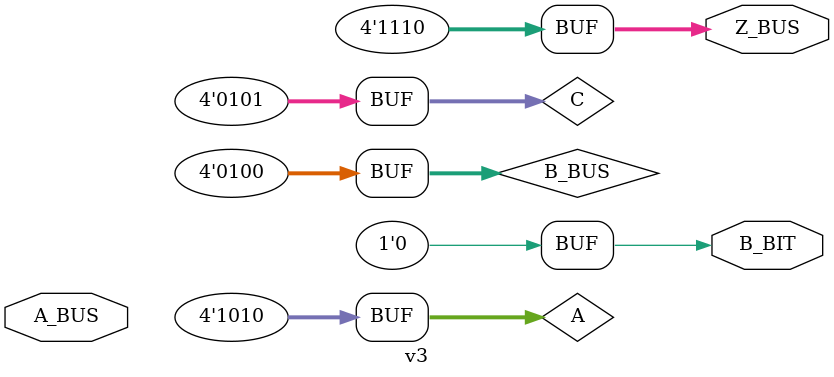
<source format=v>

module  v3( A_BUS,B_BIT,Z_BUS
);
input [3:0] A_BUS;
output B_BIT;
output  [3:0] Z_BUS;
wire [0:3] B_BUS;
wire  [3:0] A,C,E;
wire [7:0] BYTE;

assign A =4'hA;
assign B_BUS =4'h4;
assign C={2{A[2],B_BUS[1]}};
assign Z_BUS= A ^B_BUS;
assign B_BIT=^C;
endmodule

</source>
